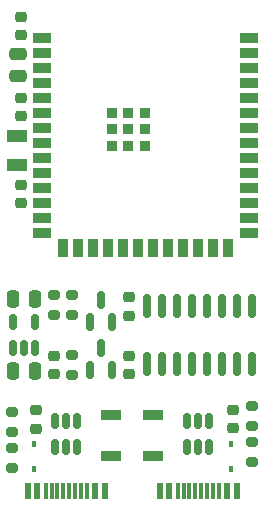
<source format=gbr>
%TF.GenerationSoftware,KiCad,Pcbnew,(6.0.10)*%
%TF.CreationDate,2023-01-22T23:50:18+10:00*%
%TF.ProjectId,ESP32-S3-Breakout,45535033-322d-4533-932d-427265616b6f,rev?*%
%TF.SameCoordinates,Original*%
%TF.FileFunction,Paste,Top*%
%TF.FilePolarity,Positive*%
%FSLAX46Y46*%
G04 Gerber Fmt 4.6, Leading zero omitted, Abs format (unit mm)*
G04 Created by KiCad (PCBNEW (6.0.10)) date 2023-01-22 23:50:18*
%MOMM*%
%LPD*%
G01*
G04 APERTURE LIST*
G04 Aperture macros list*
%AMRoundRect*
0 Rectangle with rounded corners*
0 $1 Rounding radius*
0 $2 $3 $4 $5 $6 $7 $8 $9 X,Y pos of 4 corners*
0 Add a 4 corners polygon primitive as box body*
4,1,4,$2,$3,$4,$5,$6,$7,$8,$9,$2,$3,0*
0 Add four circle primitives for the rounded corners*
1,1,$1+$1,$2,$3*
1,1,$1+$1,$4,$5*
1,1,$1+$1,$6,$7*
1,1,$1+$1,$8,$9*
0 Add four rect primitives between the rounded corners*
20,1,$1+$1,$2,$3,$4,$5,0*
20,1,$1+$1,$4,$5,$6,$7,0*
20,1,$1+$1,$6,$7,$8,$9,0*
20,1,$1+$1,$8,$9,$2,$3,0*%
G04 Aperture macros list end*
%ADD10RoundRect,0.150000X-0.150000X0.512500X-0.150000X-0.512500X0.150000X-0.512500X0.150000X0.512500X0*%
%ADD11RoundRect,0.150000X0.150000X-0.512500X0.150000X0.512500X-0.150000X0.512500X-0.150000X-0.512500X0*%
%ADD12R,0.450000X0.600000*%
%ADD13RoundRect,0.225000X-0.250000X0.225000X-0.250000X-0.225000X0.250000X-0.225000X0.250000X0.225000X0*%
%ADD14RoundRect,0.225000X0.250000X-0.225000X0.250000X0.225000X-0.250000X0.225000X-0.250000X-0.225000X0*%
%ADD15RoundRect,0.150000X0.150000X-0.825000X0.150000X0.825000X-0.150000X0.825000X-0.150000X-0.825000X0*%
%ADD16RoundRect,0.200000X-0.275000X0.200000X-0.275000X-0.200000X0.275000X-0.200000X0.275000X0.200000X0*%
%ADD17R,0.600000X1.450000*%
%ADD18R,0.300000X1.450000*%
%ADD19RoundRect,0.200000X0.275000X-0.200000X0.275000X0.200000X-0.275000X0.200000X-0.275000X-0.200000X0*%
%ADD20R,0.900000X0.900000*%
%ADD21R,1.500000X0.900000*%
%ADD22R,0.900000X1.500000*%
%ADD23R,1.800000X1.000000*%
%ADD24R,1.700000X0.900000*%
%ADD25RoundRect,0.250000X-0.475000X0.250000X-0.475000X-0.250000X0.475000X-0.250000X0.475000X0.250000X0*%
%ADD26RoundRect,0.218750X0.256250X-0.218750X0.256250X0.218750X-0.256250X0.218750X-0.256250X-0.218750X0*%
%ADD27RoundRect,0.150000X0.150000X-0.587500X0.150000X0.587500X-0.150000X0.587500X-0.150000X-0.587500X0*%
%ADD28RoundRect,0.250000X-0.250000X-0.475000X0.250000X-0.475000X0.250000X0.475000X-0.250000X0.475000X0*%
G04 APERTURE END LIST*
D10*
%TO.C,U1*%
X84262000Y-114686500D03*
X83312000Y-114686500D03*
X82362000Y-114686500D03*
X82362000Y-116961500D03*
X83312000Y-116961500D03*
X84262000Y-116961500D03*
%TD*%
D11*
%TO.C,U5*%
X78806000Y-108579500D03*
X79756000Y-108579500D03*
X80706000Y-108579500D03*
X80706000Y-106304500D03*
X78806000Y-106304500D03*
%TD*%
D12*
%TO.C,D1*%
X97250000Y-116650000D03*
X97250000Y-118750000D03*
%TD*%
D10*
%TO.C,U2*%
X95438000Y-114686500D03*
X94488000Y-114686500D03*
X93538000Y-114686500D03*
X93538000Y-116961500D03*
X94488000Y-116961500D03*
X95438000Y-116961500D03*
%TD*%
D13*
%TO.C,C5*%
X82296000Y-109207000D03*
X82296000Y-110757000D03*
%TD*%
%TO.C,C4*%
X79502000Y-94729000D03*
X79502000Y-96279000D03*
%TD*%
D14*
%TO.C,C3*%
X79502000Y-82055000D03*
X79502000Y-80505000D03*
%TD*%
D12*
%TO.C,D2*%
X80550000Y-116700000D03*
X80550000Y-118800000D03*
%TD*%
D15*
%TO.C,U4*%
X90170000Y-109917000D03*
X91440000Y-109917000D03*
X92710000Y-109917000D03*
X93980000Y-109917000D03*
X95250000Y-109917000D03*
X96520000Y-109917000D03*
X97790000Y-109917000D03*
X99060000Y-109917000D03*
X99060000Y-104967000D03*
X97790000Y-104967000D03*
X96520000Y-104967000D03*
X95250000Y-104967000D03*
X93980000Y-104967000D03*
X92710000Y-104967000D03*
X91440000Y-104967000D03*
X90170000Y-104967000D03*
%TD*%
D16*
%TO.C,R7*%
X83820000Y-104077000D03*
X83820000Y-105727000D03*
%TD*%
D17*
%TO.C,J1*%
X91238000Y-120669000D03*
X92038000Y-120669000D03*
D18*
X93238000Y-120669000D03*
X94238000Y-120669000D03*
X94738000Y-120669000D03*
X95738000Y-120669000D03*
D17*
X96938000Y-120669000D03*
X97738000Y-120669000D03*
X97738000Y-120669000D03*
X96938000Y-120669000D03*
D18*
X96238000Y-120669000D03*
X95238000Y-120669000D03*
X93738000Y-120669000D03*
X92738000Y-120669000D03*
D17*
X92038000Y-120669000D03*
X91238000Y-120669000D03*
%TD*%
D19*
%TO.C,R3*%
X78740000Y-118681000D03*
X78740000Y-117031000D03*
%TD*%
D20*
%TO.C,U3*%
X89943000Y-91416000D03*
X88543000Y-90016000D03*
X89943000Y-90016000D03*
X88543000Y-88616000D03*
X87143000Y-90016000D03*
X87143000Y-91416000D03*
X87143000Y-88616000D03*
X88543000Y-91416000D03*
X89943000Y-88616000D03*
D21*
X81293000Y-82296000D03*
X81293000Y-83566000D03*
X81293000Y-84836000D03*
X81293000Y-86106000D03*
X81293000Y-87376000D03*
X81293000Y-88646000D03*
X81293000Y-89916000D03*
X81293000Y-91186000D03*
X81293000Y-92456000D03*
X81293000Y-93726000D03*
X81293000Y-94996000D03*
X81293000Y-96266000D03*
X81293000Y-97536000D03*
X81293000Y-98806000D03*
D22*
X83058000Y-100056000D03*
X84328000Y-100056000D03*
X85598000Y-100056000D03*
X86868000Y-100056000D03*
X88138000Y-100056000D03*
X89408000Y-100056000D03*
X90678000Y-100056000D03*
X91948000Y-100056000D03*
X93218000Y-100056000D03*
X94488000Y-100056000D03*
X95758000Y-100056000D03*
X97028000Y-100056000D03*
D21*
X98793000Y-98806000D03*
X98793000Y-97536000D03*
X98793000Y-96266000D03*
X98793000Y-94996000D03*
X98793000Y-93726000D03*
X98793000Y-92456000D03*
X98793000Y-91186000D03*
X98793000Y-89916000D03*
X98793000Y-88646000D03*
X98793000Y-87376000D03*
X98793000Y-86106000D03*
X98793000Y-84836000D03*
X98793000Y-83566000D03*
X98793000Y-82296000D03*
%TD*%
D23*
%TO.C,Y1*%
X79134000Y-93071000D03*
X79134000Y-90571000D03*
%TD*%
D16*
%TO.C,R4*%
X78740000Y-113983000D03*
X78740000Y-115633000D03*
%TD*%
D24*
%TO.C,SW2*%
X87122000Y-114251000D03*
X87122000Y-117651000D03*
%TD*%
D25*
%TO.C,C1*%
X79248000Y-83632000D03*
X79248000Y-85532000D03*
%TD*%
D24*
%TO.C,SW1*%
X90678000Y-114251000D03*
X90678000Y-117651000D03*
%TD*%
D26*
%TO.C,FB1*%
X97400000Y-115337500D03*
X97400000Y-113762500D03*
%TD*%
D16*
%TO.C,R1*%
X99060000Y-113475000D03*
X99060000Y-115125000D03*
%TD*%
%TO.C,R6*%
X83820000Y-109157000D03*
X83820000Y-110807000D03*
%TD*%
D14*
%TO.C,C7*%
X88646000Y-105804000D03*
X88646000Y-104254000D03*
%TD*%
%TO.C,C6*%
X88646000Y-110757000D03*
X88646000Y-109207000D03*
%TD*%
D27*
%TO.C,Q1*%
X85283000Y-106347500D03*
X87183000Y-106347500D03*
X86233000Y-104472500D03*
%TD*%
%TO.C,Q2*%
X85283000Y-110411500D03*
X87183000Y-110411500D03*
X86233000Y-108536500D03*
%TD*%
D13*
%TO.C,C2*%
X79502000Y-87363000D03*
X79502000Y-88913000D03*
%TD*%
D19*
%TO.C,R2*%
X99060000Y-118173000D03*
X99060000Y-116523000D03*
%TD*%
D28*
%TO.C,C9*%
X78806000Y-104394000D03*
X80706000Y-104394000D03*
%TD*%
%TO.C,C8*%
X78806000Y-110490000D03*
X80706000Y-110490000D03*
%TD*%
D16*
%TO.C,R5*%
X82296000Y-104077000D03*
X82296000Y-105727000D03*
%TD*%
D26*
%TO.C,FB2*%
X80750000Y-115387500D03*
X80750000Y-113812500D03*
%TD*%
D17*
%TO.C,J2*%
X80062000Y-120669000D03*
X80862000Y-120669000D03*
D18*
X82062000Y-120669000D03*
X83062000Y-120669000D03*
X83562000Y-120669000D03*
X84562000Y-120669000D03*
D17*
X85762000Y-120669000D03*
X86562000Y-120669000D03*
X86562000Y-120669000D03*
X85762000Y-120669000D03*
D18*
X85062000Y-120669000D03*
X84062000Y-120669000D03*
X82562000Y-120669000D03*
X81562000Y-120669000D03*
D17*
X80862000Y-120669000D03*
X80062000Y-120669000D03*
%TD*%
M02*

</source>
